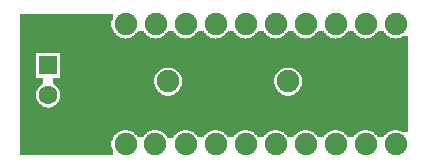
<source format=gtl>
G04 MADE WITH FRITZING*
G04 WWW.FRITZING.ORG*
G04 DOUBLE SIDED*
G04 HOLES PLATED*
G04 CONTOUR ON CENTER OF CONTOUR VECTOR*
%ASAXBY*%
%FSLAX23Y23*%
%MOIN*%
%OFA0B0*%
%SFA1.0B1.0*%
%ADD10C,0.075000*%
%ADD11C,0.062992*%
%ADD12C,0.075334*%
%ADD13R,0.062992X0.062992*%
%LNCOPPER1*%
G90*
G70*
G54D10*
X1015Y359D03*
G54D11*
X135Y338D03*
X135Y239D03*
X135Y338D03*
X135Y239D03*
G54D10*
X935Y285D03*
X535Y285D03*
X935Y285D03*
X535Y285D03*
G54D12*
X593Y476D03*
X693Y476D03*
X793Y476D03*
X893Y476D03*
X993Y476D03*
X1093Y476D03*
X1193Y476D03*
X1293Y476D03*
X693Y76D03*
X793Y76D03*
X893Y76D03*
X993Y76D03*
X1093Y76D03*
X1193Y76D03*
X1293Y76D03*
X593Y76D03*
X493Y476D03*
X492Y76D03*
X393Y476D03*
X393Y76D03*
G54D13*
X135Y338D03*
X135Y338D03*
G36*
X40Y511D02*
X40Y427D01*
X392Y427D01*
X392Y429D01*
X382Y429D01*
X382Y431D01*
X376Y431D01*
X376Y433D01*
X372Y433D01*
X372Y435D01*
X370Y435D01*
X370Y437D01*
X366Y437D01*
X366Y439D01*
X364Y439D01*
X364Y441D01*
X362Y441D01*
X362Y443D01*
X360Y443D01*
X360Y445D01*
X358Y445D01*
X358Y447D01*
X356Y447D01*
X356Y449D01*
X354Y449D01*
X354Y453D01*
X352Y453D01*
X352Y455D01*
X350Y455D01*
X350Y461D01*
X348Y461D01*
X348Y465D01*
X346Y465D01*
X346Y485D01*
X348Y485D01*
X348Y491D01*
X350Y491D01*
X350Y511D01*
X40Y511D01*
G37*
D02*
G36*
X434Y453D02*
X434Y451D01*
X432Y451D01*
X432Y449D01*
X430Y449D01*
X430Y447D01*
X428Y447D01*
X428Y445D01*
X426Y445D01*
X426Y443D01*
X424Y443D01*
X424Y441D01*
X422Y441D01*
X422Y439D01*
X420Y439D01*
X420Y437D01*
X418Y437D01*
X418Y435D01*
X414Y435D01*
X414Y433D01*
X410Y433D01*
X410Y431D01*
X404Y431D01*
X404Y429D01*
X394Y429D01*
X394Y427D01*
X492Y427D01*
X492Y429D01*
X482Y429D01*
X482Y431D01*
X476Y431D01*
X476Y433D01*
X472Y433D01*
X472Y435D01*
X470Y435D01*
X470Y437D01*
X466Y437D01*
X466Y439D01*
X464Y439D01*
X464Y441D01*
X462Y441D01*
X462Y443D01*
X460Y443D01*
X460Y445D01*
X458Y445D01*
X458Y447D01*
X456Y447D01*
X456Y449D01*
X454Y449D01*
X454Y453D01*
X434Y453D01*
G37*
D02*
G36*
X534Y453D02*
X534Y451D01*
X532Y451D01*
X532Y449D01*
X530Y449D01*
X530Y447D01*
X528Y447D01*
X528Y445D01*
X526Y445D01*
X526Y443D01*
X524Y443D01*
X524Y441D01*
X522Y441D01*
X522Y439D01*
X520Y439D01*
X520Y437D01*
X518Y437D01*
X518Y435D01*
X514Y435D01*
X514Y433D01*
X510Y433D01*
X510Y431D01*
X504Y431D01*
X504Y429D01*
X494Y429D01*
X494Y427D01*
X592Y427D01*
X592Y429D01*
X582Y429D01*
X582Y431D01*
X576Y431D01*
X576Y433D01*
X572Y433D01*
X572Y435D01*
X570Y435D01*
X570Y437D01*
X566Y437D01*
X566Y439D01*
X564Y439D01*
X564Y441D01*
X562Y441D01*
X562Y443D01*
X560Y443D01*
X560Y445D01*
X558Y445D01*
X558Y447D01*
X556Y447D01*
X556Y449D01*
X554Y449D01*
X554Y453D01*
X534Y453D01*
G37*
D02*
G36*
X634Y453D02*
X634Y451D01*
X632Y451D01*
X632Y449D01*
X630Y449D01*
X630Y447D01*
X628Y447D01*
X628Y445D01*
X626Y445D01*
X626Y443D01*
X624Y443D01*
X624Y441D01*
X622Y441D01*
X622Y439D01*
X620Y439D01*
X620Y437D01*
X618Y437D01*
X618Y435D01*
X614Y435D01*
X614Y433D01*
X610Y433D01*
X610Y431D01*
X604Y431D01*
X604Y429D01*
X594Y429D01*
X594Y427D01*
X692Y427D01*
X692Y429D01*
X682Y429D01*
X682Y431D01*
X676Y431D01*
X676Y433D01*
X672Y433D01*
X672Y435D01*
X670Y435D01*
X670Y437D01*
X666Y437D01*
X666Y439D01*
X664Y439D01*
X664Y441D01*
X662Y441D01*
X662Y443D01*
X660Y443D01*
X660Y445D01*
X658Y445D01*
X658Y447D01*
X656Y447D01*
X656Y449D01*
X654Y449D01*
X654Y453D01*
X634Y453D01*
G37*
D02*
G36*
X734Y453D02*
X734Y451D01*
X732Y451D01*
X732Y449D01*
X730Y449D01*
X730Y447D01*
X728Y447D01*
X728Y445D01*
X726Y445D01*
X726Y443D01*
X724Y443D01*
X724Y441D01*
X722Y441D01*
X722Y439D01*
X720Y439D01*
X720Y437D01*
X718Y437D01*
X718Y435D01*
X714Y435D01*
X714Y433D01*
X710Y433D01*
X710Y431D01*
X704Y431D01*
X704Y429D01*
X694Y429D01*
X694Y427D01*
X792Y427D01*
X792Y429D01*
X782Y429D01*
X782Y431D01*
X776Y431D01*
X776Y433D01*
X772Y433D01*
X772Y435D01*
X770Y435D01*
X770Y437D01*
X766Y437D01*
X766Y439D01*
X764Y439D01*
X764Y441D01*
X762Y441D01*
X762Y443D01*
X760Y443D01*
X760Y445D01*
X758Y445D01*
X758Y447D01*
X756Y447D01*
X756Y449D01*
X754Y449D01*
X754Y453D01*
X734Y453D01*
G37*
D02*
G36*
X834Y453D02*
X834Y451D01*
X832Y451D01*
X832Y449D01*
X830Y449D01*
X830Y447D01*
X828Y447D01*
X828Y445D01*
X826Y445D01*
X826Y443D01*
X824Y443D01*
X824Y441D01*
X822Y441D01*
X822Y439D01*
X820Y439D01*
X820Y437D01*
X818Y437D01*
X818Y435D01*
X814Y435D01*
X814Y433D01*
X810Y433D01*
X810Y431D01*
X804Y431D01*
X804Y429D01*
X794Y429D01*
X794Y427D01*
X892Y427D01*
X892Y429D01*
X882Y429D01*
X882Y431D01*
X876Y431D01*
X876Y433D01*
X872Y433D01*
X872Y435D01*
X870Y435D01*
X870Y437D01*
X866Y437D01*
X866Y439D01*
X864Y439D01*
X864Y441D01*
X862Y441D01*
X862Y443D01*
X860Y443D01*
X860Y445D01*
X858Y445D01*
X858Y447D01*
X856Y447D01*
X856Y449D01*
X854Y449D01*
X854Y453D01*
X834Y453D01*
G37*
D02*
G36*
X934Y453D02*
X934Y451D01*
X932Y451D01*
X932Y449D01*
X930Y449D01*
X930Y447D01*
X928Y447D01*
X928Y445D01*
X926Y445D01*
X926Y443D01*
X924Y443D01*
X924Y441D01*
X922Y441D01*
X922Y439D01*
X920Y439D01*
X920Y437D01*
X918Y437D01*
X918Y435D01*
X914Y435D01*
X914Y433D01*
X910Y433D01*
X910Y431D01*
X904Y431D01*
X904Y429D01*
X894Y429D01*
X894Y427D01*
X992Y427D01*
X992Y429D01*
X982Y429D01*
X982Y431D01*
X976Y431D01*
X976Y433D01*
X972Y433D01*
X972Y435D01*
X970Y435D01*
X970Y437D01*
X966Y437D01*
X966Y439D01*
X964Y439D01*
X964Y441D01*
X962Y441D01*
X962Y443D01*
X960Y443D01*
X960Y445D01*
X958Y445D01*
X958Y447D01*
X956Y447D01*
X956Y449D01*
X954Y449D01*
X954Y453D01*
X934Y453D01*
G37*
D02*
G36*
X1034Y453D02*
X1034Y451D01*
X1032Y451D01*
X1032Y449D01*
X1030Y449D01*
X1030Y447D01*
X1028Y447D01*
X1028Y445D01*
X1026Y445D01*
X1026Y443D01*
X1024Y443D01*
X1024Y441D01*
X1022Y441D01*
X1022Y439D01*
X1020Y439D01*
X1020Y437D01*
X1018Y437D01*
X1018Y435D01*
X1014Y435D01*
X1014Y433D01*
X1010Y433D01*
X1010Y431D01*
X1004Y431D01*
X1004Y429D01*
X994Y429D01*
X994Y427D01*
X1092Y427D01*
X1092Y429D01*
X1082Y429D01*
X1082Y431D01*
X1076Y431D01*
X1076Y433D01*
X1072Y433D01*
X1072Y435D01*
X1070Y435D01*
X1070Y437D01*
X1066Y437D01*
X1066Y439D01*
X1064Y439D01*
X1064Y441D01*
X1062Y441D01*
X1062Y443D01*
X1060Y443D01*
X1060Y445D01*
X1058Y445D01*
X1058Y447D01*
X1056Y447D01*
X1056Y449D01*
X1054Y449D01*
X1054Y453D01*
X1034Y453D01*
G37*
D02*
G36*
X1134Y453D02*
X1134Y451D01*
X1132Y451D01*
X1132Y449D01*
X1130Y449D01*
X1130Y447D01*
X1128Y447D01*
X1128Y445D01*
X1126Y445D01*
X1126Y443D01*
X1124Y443D01*
X1124Y441D01*
X1122Y441D01*
X1122Y439D01*
X1120Y439D01*
X1120Y437D01*
X1118Y437D01*
X1118Y435D01*
X1114Y435D01*
X1114Y433D01*
X1110Y433D01*
X1110Y431D01*
X1104Y431D01*
X1104Y429D01*
X1094Y429D01*
X1094Y427D01*
X1192Y427D01*
X1192Y429D01*
X1182Y429D01*
X1182Y431D01*
X1176Y431D01*
X1176Y433D01*
X1172Y433D01*
X1172Y435D01*
X1170Y435D01*
X1170Y437D01*
X1166Y437D01*
X1166Y439D01*
X1164Y439D01*
X1164Y441D01*
X1162Y441D01*
X1162Y443D01*
X1160Y443D01*
X1160Y445D01*
X1158Y445D01*
X1158Y447D01*
X1156Y447D01*
X1156Y449D01*
X1154Y449D01*
X1154Y453D01*
X1134Y453D01*
G37*
D02*
G36*
X1234Y453D02*
X1234Y451D01*
X1232Y451D01*
X1232Y449D01*
X1230Y449D01*
X1230Y447D01*
X1228Y447D01*
X1228Y445D01*
X1226Y445D01*
X1226Y443D01*
X1224Y443D01*
X1224Y441D01*
X1222Y441D01*
X1222Y439D01*
X1220Y439D01*
X1220Y437D01*
X1218Y437D01*
X1218Y435D01*
X1214Y435D01*
X1214Y433D01*
X1210Y433D01*
X1210Y431D01*
X1204Y431D01*
X1204Y429D01*
X1194Y429D01*
X1194Y427D01*
X1292Y427D01*
X1292Y429D01*
X1282Y429D01*
X1282Y431D01*
X1276Y431D01*
X1276Y433D01*
X1272Y433D01*
X1272Y435D01*
X1270Y435D01*
X1270Y437D01*
X1266Y437D01*
X1266Y439D01*
X1264Y439D01*
X1264Y441D01*
X1262Y441D01*
X1262Y443D01*
X1260Y443D01*
X1260Y445D01*
X1258Y445D01*
X1258Y447D01*
X1256Y447D01*
X1256Y449D01*
X1254Y449D01*
X1254Y453D01*
X1234Y453D01*
G37*
D02*
G36*
X1314Y435D02*
X1314Y433D01*
X1310Y433D01*
X1310Y431D01*
X1304Y431D01*
X1304Y429D01*
X1294Y429D01*
X1294Y427D01*
X1336Y427D01*
X1336Y435D01*
X1314Y435D01*
G37*
D02*
G36*
X40Y427D02*
X40Y425D01*
X1336Y425D01*
X1336Y427D01*
X40Y427D01*
G37*
D02*
G36*
X40Y427D02*
X40Y425D01*
X1336Y425D01*
X1336Y427D01*
X40Y427D01*
G37*
D02*
G36*
X40Y427D02*
X40Y425D01*
X1336Y425D01*
X1336Y427D01*
X40Y427D01*
G37*
D02*
G36*
X40Y427D02*
X40Y425D01*
X1336Y425D01*
X1336Y427D01*
X40Y427D01*
G37*
D02*
G36*
X40Y427D02*
X40Y425D01*
X1336Y425D01*
X1336Y427D01*
X40Y427D01*
G37*
D02*
G36*
X40Y427D02*
X40Y425D01*
X1336Y425D01*
X1336Y427D01*
X40Y427D01*
G37*
D02*
G36*
X40Y427D02*
X40Y425D01*
X1336Y425D01*
X1336Y427D01*
X40Y427D01*
G37*
D02*
G36*
X40Y427D02*
X40Y425D01*
X1336Y425D01*
X1336Y427D01*
X40Y427D01*
G37*
D02*
G36*
X40Y427D02*
X40Y425D01*
X1336Y425D01*
X1336Y427D01*
X40Y427D01*
G37*
D02*
G36*
X40Y427D02*
X40Y425D01*
X1336Y425D01*
X1336Y427D01*
X40Y427D01*
G37*
D02*
G36*
X40Y427D02*
X40Y425D01*
X1336Y425D01*
X1336Y427D01*
X40Y427D01*
G37*
D02*
G36*
X40Y425D02*
X40Y379D01*
X176Y379D01*
X176Y331D01*
X946Y331D01*
X946Y329D01*
X952Y329D01*
X952Y327D01*
X956Y327D01*
X956Y325D01*
X958Y325D01*
X958Y323D01*
X962Y323D01*
X962Y321D01*
X964Y321D01*
X964Y319D01*
X966Y319D01*
X966Y317D01*
X968Y317D01*
X968Y315D01*
X970Y315D01*
X970Y313D01*
X972Y313D01*
X972Y311D01*
X974Y311D01*
X974Y307D01*
X976Y307D01*
X976Y305D01*
X978Y305D01*
X978Y301D01*
X980Y301D01*
X980Y295D01*
X982Y295D01*
X982Y275D01*
X980Y275D01*
X980Y269D01*
X978Y269D01*
X978Y265D01*
X976Y265D01*
X976Y261D01*
X974Y261D01*
X974Y259D01*
X972Y259D01*
X972Y255D01*
X970Y255D01*
X970Y253D01*
X968Y253D01*
X968Y251D01*
X966Y251D01*
X966Y249D01*
X962Y249D01*
X962Y247D01*
X960Y247D01*
X960Y245D01*
X958Y245D01*
X958Y243D01*
X954Y243D01*
X954Y241D01*
X950Y241D01*
X950Y239D01*
X944Y239D01*
X944Y237D01*
X1336Y237D01*
X1336Y425D01*
X40Y425D01*
G37*
D02*
G36*
X40Y379D02*
X40Y197D01*
X130Y197D01*
X130Y199D01*
X122Y199D01*
X122Y201D01*
X118Y201D01*
X118Y203D01*
X114Y203D01*
X114Y205D01*
X112Y205D01*
X112Y207D01*
X110Y207D01*
X110Y209D01*
X108Y209D01*
X108Y211D01*
X106Y211D01*
X106Y213D01*
X104Y213D01*
X104Y215D01*
X102Y215D01*
X102Y217D01*
X100Y217D01*
X100Y221D01*
X98Y221D01*
X98Y225D01*
X96Y225D01*
X96Y229D01*
X94Y229D01*
X94Y247D01*
X96Y247D01*
X96Y253D01*
X98Y253D01*
X98Y257D01*
X100Y257D01*
X100Y261D01*
X102Y261D01*
X102Y263D01*
X104Y263D01*
X104Y265D01*
X106Y265D01*
X106Y267D01*
X108Y267D01*
X108Y269D01*
X110Y269D01*
X110Y271D01*
X112Y271D01*
X112Y273D01*
X116Y273D01*
X116Y275D01*
X118Y275D01*
X118Y295D01*
X94Y295D01*
X94Y379D01*
X40Y379D01*
G37*
D02*
G36*
X176Y331D02*
X176Y295D01*
X152Y295D01*
X152Y275D01*
X154Y275D01*
X154Y273D01*
X158Y273D01*
X158Y271D01*
X160Y271D01*
X160Y269D01*
X162Y269D01*
X162Y267D01*
X164Y267D01*
X164Y265D01*
X166Y265D01*
X166Y263D01*
X168Y263D01*
X168Y261D01*
X170Y261D01*
X170Y257D01*
X172Y257D01*
X172Y253D01*
X174Y253D01*
X174Y249D01*
X176Y249D01*
X176Y237D01*
X526Y237D01*
X526Y239D01*
X520Y239D01*
X520Y241D01*
X516Y241D01*
X516Y243D01*
X512Y243D01*
X512Y245D01*
X510Y245D01*
X510Y247D01*
X508Y247D01*
X508Y249D01*
X504Y249D01*
X504Y251D01*
X502Y251D01*
X502Y253D01*
X500Y253D01*
X500Y257D01*
X498Y257D01*
X498Y259D01*
X496Y259D01*
X496Y261D01*
X494Y261D01*
X494Y265D01*
X492Y265D01*
X492Y269D01*
X490Y269D01*
X490Y275D01*
X488Y275D01*
X488Y295D01*
X490Y295D01*
X490Y299D01*
X492Y299D01*
X492Y305D01*
X494Y305D01*
X494Y307D01*
X496Y307D01*
X496Y311D01*
X498Y311D01*
X498Y313D01*
X500Y313D01*
X500Y315D01*
X502Y315D01*
X502Y317D01*
X504Y317D01*
X504Y319D01*
X506Y319D01*
X506Y321D01*
X508Y321D01*
X508Y323D01*
X512Y323D01*
X512Y325D01*
X514Y325D01*
X514Y327D01*
X518Y327D01*
X518Y329D01*
X524Y329D01*
X524Y331D01*
X176Y331D01*
G37*
D02*
G36*
X546Y331D02*
X546Y329D01*
X552Y329D01*
X552Y327D01*
X556Y327D01*
X556Y325D01*
X558Y325D01*
X558Y323D01*
X562Y323D01*
X562Y321D01*
X564Y321D01*
X564Y319D01*
X566Y319D01*
X566Y317D01*
X568Y317D01*
X568Y315D01*
X570Y315D01*
X570Y313D01*
X572Y313D01*
X572Y311D01*
X574Y311D01*
X574Y307D01*
X576Y307D01*
X576Y305D01*
X578Y305D01*
X578Y301D01*
X580Y301D01*
X580Y295D01*
X582Y295D01*
X582Y275D01*
X580Y275D01*
X580Y269D01*
X578Y269D01*
X578Y265D01*
X576Y265D01*
X576Y261D01*
X574Y261D01*
X574Y259D01*
X572Y259D01*
X572Y255D01*
X570Y255D01*
X570Y253D01*
X568Y253D01*
X568Y251D01*
X566Y251D01*
X566Y249D01*
X562Y249D01*
X562Y247D01*
X560Y247D01*
X560Y245D01*
X558Y245D01*
X558Y243D01*
X554Y243D01*
X554Y241D01*
X550Y241D01*
X550Y239D01*
X544Y239D01*
X544Y237D01*
X926Y237D01*
X926Y239D01*
X920Y239D01*
X920Y241D01*
X916Y241D01*
X916Y243D01*
X912Y243D01*
X912Y245D01*
X910Y245D01*
X910Y247D01*
X908Y247D01*
X908Y249D01*
X904Y249D01*
X904Y251D01*
X902Y251D01*
X902Y253D01*
X900Y253D01*
X900Y257D01*
X898Y257D01*
X898Y259D01*
X896Y259D01*
X896Y261D01*
X894Y261D01*
X894Y265D01*
X892Y265D01*
X892Y269D01*
X890Y269D01*
X890Y275D01*
X888Y275D01*
X888Y295D01*
X890Y295D01*
X890Y299D01*
X892Y299D01*
X892Y305D01*
X894Y305D01*
X894Y307D01*
X896Y307D01*
X896Y311D01*
X898Y311D01*
X898Y313D01*
X900Y313D01*
X900Y315D01*
X902Y315D01*
X902Y317D01*
X904Y317D01*
X904Y319D01*
X906Y319D01*
X906Y321D01*
X908Y321D01*
X908Y323D01*
X912Y323D01*
X912Y325D01*
X914Y325D01*
X914Y327D01*
X918Y327D01*
X918Y329D01*
X924Y329D01*
X924Y331D01*
X546Y331D01*
G37*
D02*
G36*
X176Y237D02*
X176Y235D01*
X1336Y235D01*
X1336Y237D01*
X176Y237D01*
G37*
D02*
G36*
X176Y237D02*
X176Y235D01*
X1336Y235D01*
X1336Y237D01*
X176Y237D01*
G37*
D02*
G36*
X176Y237D02*
X176Y235D01*
X1336Y235D01*
X1336Y237D01*
X176Y237D01*
G37*
D02*
G36*
X176Y235D02*
X176Y229D01*
X174Y229D01*
X174Y225D01*
X172Y225D01*
X172Y221D01*
X170Y221D01*
X170Y217D01*
X168Y217D01*
X168Y215D01*
X166Y215D01*
X166Y213D01*
X164Y213D01*
X164Y211D01*
X162Y211D01*
X162Y209D01*
X160Y209D01*
X160Y207D01*
X158Y207D01*
X158Y205D01*
X156Y205D01*
X156Y203D01*
X152Y203D01*
X152Y201D01*
X148Y201D01*
X148Y199D01*
X140Y199D01*
X140Y197D01*
X1336Y197D01*
X1336Y235D01*
X176Y235D01*
G37*
D02*
G36*
X40Y197D02*
X40Y195D01*
X1336Y195D01*
X1336Y197D01*
X40Y197D01*
G37*
D02*
G36*
X40Y197D02*
X40Y195D01*
X1336Y195D01*
X1336Y197D01*
X40Y197D01*
G37*
D02*
G36*
X40Y195D02*
X40Y123D01*
X1302Y123D01*
X1302Y121D01*
X1308Y121D01*
X1308Y119D01*
X1312Y119D01*
X1312Y117D01*
X1316Y117D01*
X1316Y115D01*
X1336Y115D01*
X1336Y195D01*
X40Y195D01*
G37*
D02*
G36*
X40Y123D02*
X40Y41D01*
X350Y41D01*
X350Y61D01*
X348Y61D01*
X348Y65D01*
X346Y65D01*
X346Y85D01*
X348Y85D01*
X348Y91D01*
X350Y91D01*
X350Y95D01*
X352Y95D01*
X352Y99D01*
X354Y99D01*
X354Y101D01*
X356Y101D01*
X356Y105D01*
X358Y105D01*
X358Y107D01*
X360Y107D01*
X360Y109D01*
X362Y109D01*
X362Y111D01*
X364Y111D01*
X364Y113D01*
X368Y113D01*
X368Y115D01*
X370Y115D01*
X370Y117D01*
X374Y117D01*
X374Y119D01*
X378Y119D01*
X378Y121D01*
X384Y121D01*
X384Y123D01*
X40Y123D01*
G37*
D02*
G36*
X402Y123D02*
X402Y121D01*
X408Y121D01*
X408Y119D01*
X412Y119D01*
X412Y117D01*
X416Y117D01*
X416Y115D01*
X420Y115D01*
X420Y113D01*
X422Y113D01*
X422Y111D01*
X424Y111D01*
X424Y109D01*
X426Y109D01*
X426Y107D01*
X428Y107D01*
X428Y105D01*
X430Y105D01*
X430Y103D01*
X432Y103D01*
X432Y99D01*
X452Y99D01*
X452Y101D01*
X454Y101D01*
X454Y103D01*
X456Y103D01*
X456Y105D01*
X458Y105D01*
X458Y109D01*
X462Y109D01*
X462Y111D01*
X464Y111D01*
X464Y113D01*
X466Y113D01*
X466Y115D01*
X468Y115D01*
X468Y117D01*
X472Y117D01*
X472Y119D01*
X476Y119D01*
X476Y121D01*
X482Y121D01*
X482Y123D01*
X402Y123D01*
G37*
D02*
G36*
X502Y123D02*
X502Y121D01*
X508Y121D01*
X508Y119D01*
X512Y119D01*
X512Y117D01*
X514Y117D01*
X514Y115D01*
X518Y115D01*
X518Y113D01*
X520Y113D01*
X520Y111D01*
X522Y111D01*
X522Y109D01*
X524Y109D01*
X524Y107D01*
X526Y107D01*
X526Y105D01*
X528Y105D01*
X528Y103D01*
X530Y103D01*
X530Y101D01*
X532Y101D01*
X532Y97D01*
X552Y97D01*
X552Y99D01*
X554Y99D01*
X554Y101D01*
X556Y101D01*
X556Y105D01*
X558Y105D01*
X558Y107D01*
X560Y107D01*
X560Y109D01*
X562Y109D01*
X562Y111D01*
X564Y111D01*
X564Y113D01*
X568Y113D01*
X568Y115D01*
X570Y115D01*
X570Y117D01*
X574Y117D01*
X574Y119D01*
X578Y119D01*
X578Y121D01*
X584Y121D01*
X584Y123D01*
X502Y123D01*
G37*
D02*
G36*
X602Y123D02*
X602Y121D01*
X608Y121D01*
X608Y119D01*
X612Y119D01*
X612Y117D01*
X616Y117D01*
X616Y115D01*
X620Y115D01*
X620Y113D01*
X622Y113D01*
X622Y111D01*
X624Y111D01*
X624Y109D01*
X626Y109D01*
X626Y107D01*
X628Y107D01*
X628Y105D01*
X630Y105D01*
X630Y103D01*
X632Y103D01*
X632Y99D01*
X654Y99D01*
X654Y101D01*
X656Y101D01*
X656Y105D01*
X658Y105D01*
X658Y107D01*
X660Y107D01*
X660Y109D01*
X662Y109D01*
X662Y111D01*
X664Y111D01*
X664Y113D01*
X668Y113D01*
X668Y115D01*
X670Y115D01*
X670Y117D01*
X674Y117D01*
X674Y119D01*
X678Y119D01*
X678Y121D01*
X684Y121D01*
X684Y123D01*
X602Y123D01*
G37*
D02*
G36*
X702Y123D02*
X702Y121D01*
X708Y121D01*
X708Y119D01*
X712Y119D01*
X712Y117D01*
X716Y117D01*
X716Y115D01*
X720Y115D01*
X720Y113D01*
X722Y113D01*
X722Y111D01*
X724Y111D01*
X724Y109D01*
X726Y109D01*
X726Y107D01*
X728Y107D01*
X728Y105D01*
X730Y105D01*
X730Y103D01*
X732Y103D01*
X732Y99D01*
X754Y99D01*
X754Y101D01*
X756Y101D01*
X756Y105D01*
X758Y105D01*
X758Y107D01*
X760Y107D01*
X760Y109D01*
X762Y109D01*
X762Y111D01*
X764Y111D01*
X764Y113D01*
X768Y113D01*
X768Y115D01*
X770Y115D01*
X770Y117D01*
X774Y117D01*
X774Y119D01*
X778Y119D01*
X778Y121D01*
X784Y121D01*
X784Y123D01*
X702Y123D01*
G37*
D02*
G36*
X802Y123D02*
X802Y121D01*
X808Y121D01*
X808Y119D01*
X812Y119D01*
X812Y117D01*
X816Y117D01*
X816Y115D01*
X820Y115D01*
X820Y113D01*
X822Y113D01*
X822Y111D01*
X824Y111D01*
X824Y109D01*
X826Y109D01*
X826Y107D01*
X828Y107D01*
X828Y105D01*
X830Y105D01*
X830Y103D01*
X832Y103D01*
X832Y99D01*
X854Y99D01*
X854Y101D01*
X856Y101D01*
X856Y105D01*
X858Y105D01*
X858Y107D01*
X860Y107D01*
X860Y109D01*
X862Y109D01*
X862Y111D01*
X864Y111D01*
X864Y113D01*
X868Y113D01*
X868Y115D01*
X870Y115D01*
X870Y117D01*
X874Y117D01*
X874Y119D01*
X878Y119D01*
X878Y121D01*
X884Y121D01*
X884Y123D01*
X802Y123D01*
G37*
D02*
G36*
X902Y123D02*
X902Y121D01*
X908Y121D01*
X908Y119D01*
X912Y119D01*
X912Y117D01*
X916Y117D01*
X916Y115D01*
X920Y115D01*
X920Y113D01*
X922Y113D01*
X922Y111D01*
X924Y111D01*
X924Y109D01*
X926Y109D01*
X926Y107D01*
X928Y107D01*
X928Y105D01*
X930Y105D01*
X930Y103D01*
X932Y103D01*
X932Y99D01*
X954Y99D01*
X954Y101D01*
X956Y101D01*
X956Y105D01*
X958Y105D01*
X958Y107D01*
X960Y107D01*
X960Y109D01*
X962Y109D01*
X962Y111D01*
X964Y111D01*
X964Y113D01*
X968Y113D01*
X968Y115D01*
X970Y115D01*
X970Y117D01*
X974Y117D01*
X974Y119D01*
X978Y119D01*
X978Y121D01*
X984Y121D01*
X984Y123D01*
X902Y123D01*
G37*
D02*
G36*
X1002Y123D02*
X1002Y121D01*
X1008Y121D01*
X1008Y119D01*
X1012Y119D01*
X1012Y117D01*
X1016Y117D01*
X1016Y115D01*
X1020Y115D01*
X1020Y113D01*
X1022Y113D01*
X1022Y111D01*
X1024Y111D01*
X1024Y109D01*
X1026Y109D01*
X1026Y107D01*
X1028Y107D01*
X1028Y105D01*
X1030Y105D01*
X1030Y103D01*
X1032Y103D01*
X1032Y99D01*
X1054Y99D01*
X1054Y101D01*
X1056Y101D01*
X1056Y105D01*
X1058Y105D01*
X1058Y107D01*
X1060Y107D01*
X1060Y109D01*
X1062Y109D01*
X1062Y111D01*
X1064Y111D01*
X1064Y113D01*
X1068Y113D01*
X1068Y115D01*
X1070Y115D01*
X1070Y117D01*
X1074Y117D01*
X1074Y119D01*
X1078Y119D01*
X1078Y121D01*
X1084Y121D01*
X1084Y123D01*
X1002Y123D01*
G37*
D02*
G36*
X1102Y123D02*
X1102Y121D01*
X1108Y121D01*
X1108Y119D01*
X1112Y119D01*
X1112Y117D01*
X1116Y117D01*
X1116Y115D01*
X1120Y115D01*
X1120Y113D01*
X1122Y113D01*
X1122Y111D01*
X1124Y111D01*
X1124Y109D01*
X1126Y109D01*
X1126Y107D01*
X1128Y107D01*
X1128Y105D01*
X1130Y105D01*
X1130Y103D01*
X1132Y103D01*
X1132Y99D01*
X1154Y99D01*
X1154Y101D01*
X1156Y101D01*
X1156Y105D01*
X1158Y105D01*
X1158Y107D01*
X1160Y107D01*
X1160Y109D01*
X1162Y109D01*
X1162Y111D01*
X1164Y111D01*
X1164Y113D01*
X1168Y113D01*
X1168Y115D01*
X1170Y115D01*
X1170Y117D01*
X1174Y117D01*
X1174Y119D01*
X1178Y119D01*
X1178Y121D01*
X1184Y121D01*
X1184Y123D01*
X1102Y123D01*
G37*
D02*
G36*
X1202Y123D02*
X1202Y121D01*
X1208Y121D01*
X1208Y119D01*
X1212Y119D01*
X1212Y117D01*
X1216Y117D01*
X1216Y115D01*
X1220Y115D01*
X1220Y113D01*
X1222Y113D01*
X1222Y111D01*
X1224Y111D01*
X1224Y109D01*
X1226Y109D01*
X1226Y107D01*
X1228Y107D01*
X1228Y105D01*
X1230Y105D01*
X1230Y103D01*
X1232Y103D01*
X1232Y99D01*
X1254Y99D01*
X1254Y101D01*
X1256Y101D01*
X1256Y105D01*
X1258Y105D01*
X1258Y107D01*
X1260Y107D01*
X1260Y109D01*
X1262Y109D01*
X1262Y111D01*
X1264Y111D01*
X1264Y113D01*
X1268Y113D01*
X1268Y115D01*
X1270Y115D01*
X1270Y117D01*
X1274Y117D01*
X1274Y119D01*
X1278Y119D01*
X1278Y121D01*
X1284Y121D01*
X1284Y123D01*
X1202Y123D01*
G37*
D02*
G04 End of Copper1*
M02*
</source>
